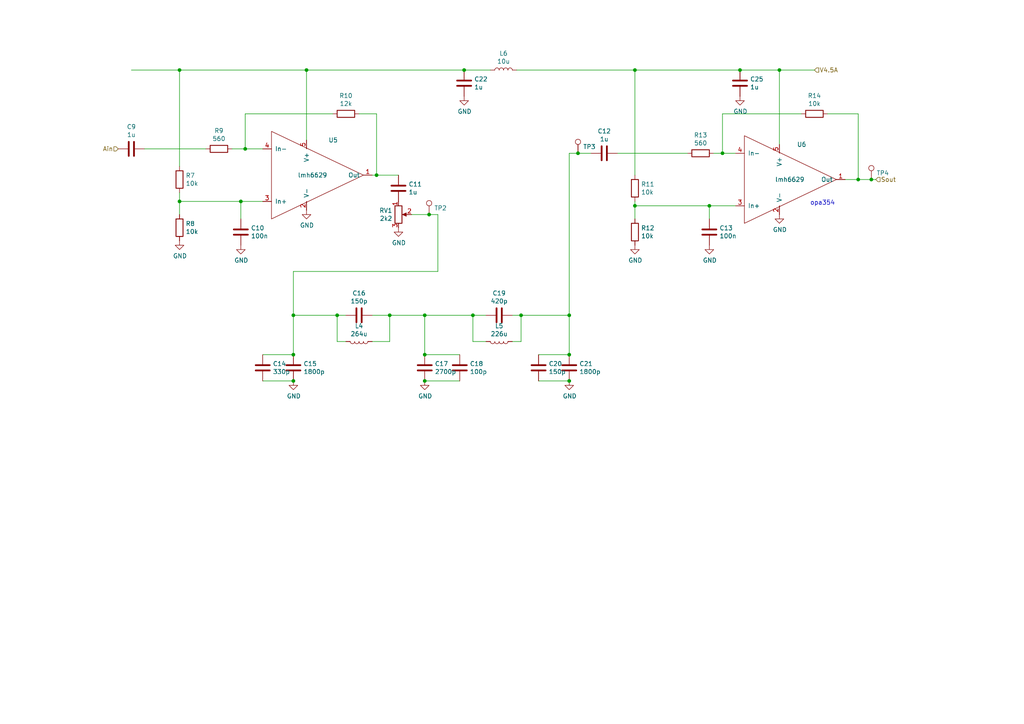
<source format=kicad_sch>
(kicad_sch (version 20211123) (generator eeschema)
  (paper "A4")
  (lib_symbols
    (symbol "Connector:TestPoint" (pin_numbers hide) (pin_names (offset 0.762) hide)
      (property "Reference" "TP" (at 0 6.858 0))
      (property "Value" "TestPoint" (at 0 5.08 0))
      (symbol "TestPoint_0_1"
        (circle (center 0 3.302) (radius 0.762))
      )
      (symbol "TestPoint_1_1"
        (pin passive line (at 0 0 90) (length 2.54) (name "1") (number "1"))
      )
    )
    (symbol "Device:C" (pin_numbers hide) (pin_names (offset 0.254))
      (property "Reference" "C" (at 0.635 2.54 0))
      (property "Value" "C" (at 0.635 -2.54 0))
      (symbol "C_0_1"
        (polyline (pts (xy -2.032 -0.762) (xy 2.032 -0.762)) (stroke (width 0.508)))
        (polyline (pts (xy -2.032 0.762) (xy 2.032 0.762)) (stroke (width 0.508)))
      )
      (symbol "C_1_1"
        (pin passive line (at 0 3.81 270) (length 2.794) (name "~") (number "1"))
        (pin passive line (at 0 -3.81 90) (length 2.794) (name "~") (number "2"))
      )
    )
    (symbol "Device:L" (pin_numbers hide) (pin_names (offset 1.016) hide)
      (property "Reference" "L" (at -1.27 0 90))
      (property "Value" "L" (at 1.905 0 90))
      (symbol "L_0_1"
        (arc (start 0 -2.54) (mid 0.635 -1.905) (end 0 -1.27))
        (arc (start 0 -1.27) (mid 0.635 -0.635) (end 0 0))
        (arc (start 0 0) (mid 0.635 0.635) (end 0 1.27))
        (arc (start 0 1.27) (mid 0.635 1.905) (end 0 2.54))
      )
      (symbol "L_1_1"
        (pin passive line (at 0 3.81 270) (length 1.27) (name "1") (number "1"))
        (pin passive line (at 0 -3.81 90) (length 1.27) (name "2") (number "2"))
      )
    )
    (symbol "Device:R" (pin_numbers hide) (pin_names (offset 0))
      (property "Reference" "R" (at 2.032 0 90))
      (property "Value" "R" (at 0 0 90))
      (symbol "R_0_1"
        (rectangle (start -1.016 -2.54) (end 1.016 2.54) (stroke (width 0.254)))
      )
      (symbol "R_1_1"
        (pin passive line (at 0 3.81 270) (length 1.27) (name "~") (number "1"))
        (pin passive line (at 0 -3.81 90) (length 1.27) (name "~") (number "2"))
      )
    )
    (symbol "power:GND" (power) (pin_names (offset 0))
      (property "Value" "GND" (at 0 -3.81 0))
      (symbol "GND_0_1"
        (polyline (pts (xy 0 0) (xy 0 -1.27) (xy 1.27 -1.27) (xy 0 -2.54) (xy -1.27 -1.27) (xy 0 -1.27)))
      )
      (symbol "GND_1_1"
        (pin power_in line (at 0 0 270) (length 0) hide (name "GND") (number "1"))
      )
    )
    (symbol "rpisdr-rescue:R_POT-Device" (pin_names (offset 1.016) hide)
      (property "Reference" "RV" (at -4.445 0 90))
      (property "Value" "R_POT-Device" (at -2.54 0 90))
      (symbol "R_POT-Device_0_1"
        (polyline (pts (xy 2.54 0) (xy 1.524 0)))
        (polyline (pts (xy 1.143 0) (xy 2.286 0.508) (xy 2.286 -0.508) (xy 1.143 0)) (fill (type outline)))
        (rectangle (start 1.016 2.54) (end -1.016 -2.54) (stroke (width 0.254)))
      )
      (symbol "R_POT-Device_1_1"
        (pin passive line (at 0 3.81 270) (length 1.27) (name "1") (number "1"))
        (pin passive line (at 3.81 0 180) (length 1.27) (name "2") (number "2"))
        (pin passive line (at 0 -3.81 90) (length 1.27) (name "3") (number "3"))
      )
    )
    (symbol "rpisdr-rescue:lmh6629-mylib" (pin_names (offset 1.016))
      (property "Reference" "U" (at 2.54 8.89 0))
      (property "Value" "lmh6629-mylib" (at 0 0 0))
      (symbol "lmh6629-mylib_0_1"
        (polyline (pts (xy 15.24 0) (xy -11.43 12.7) (xy -11.43 -12.7) (xy 15.24 0)))
      )
      (symbol "lmh6629-mylib_1_1"
        (pin output line (at 17.78 0 180) (length 2.54) (name "Out") (number "1"))
        (pin power_in line (at -1.27 -10.16 90) (length 2.54) (name "V-") (number "2"))
        (pin input line (at -13.97 -7.62 0) (length 2.54) (name "In+") (number "3"))
        (pin input line (at -13.97 7.62 0) (length 2.54) (name "In-") (number "4"))
        (pin power_in line (at -1.27 10.16 270) (length 2.54) (name "V+") (number "5"))
      )
    )
  )
  (junction (at 184.15 59.69))
  (junction (at 109.22 50.8))
  (junction (at 165.1 110.49))
  (junction (at 71.12 43.18))
  (junction (at 252.73 52.07))
  (junction (at 167.64 44.45))
  (junction (at 123.19 110.49))
  (junction (at 113.03 91.44))
  (junction (at 85.09 91.44))
  (junction (at 137.16 91.44))
  (junction (at 226.06 20.32))
  (junction (at 88.9 20.32))
  (junction (at 214.63 20.32))
  (junction (at 123.19 91.44))
  (junction (at 205.74 59.69))
  (junction (at 134.62 20.32))
  (junction (at 151.13 91.44))
  (junction (at 52.07 58.42))
  (junction (at 123.19 102.87))
  (junction (at 69.85 58.42))
  (junction (at 97.79 91.44))
  (junction (at 165.1 102.87))
  (junction (at 209.55 44.45))
  (junction (at 85.09 102.87))
  (junction (at 52.07 20.32))
  (junction (at 85.09 110.49))
  (junction (at 184.15 20.32))
  (junction (at 248.92 52.07))
  (junction (at 124.46 62.23))
  (junction (at 165.1 91.44))
  (wire (pts (xy 52.07 62.23) (xy 52.07 58.42)))
  (wire (pts (xy 226.06 20.32) (xy 226.06 41.91)))
  (wire (pts (xy 205.74 63.5) (xy 205.74 59.69)))
  (wire (pts (xy 148.59 91.44) (xy 151.13 91.44)))
  (wire (pts (xy 123.19 91.44) (xy 137.16 91.44)))
  (wire (pts (xy 137.16 99.06) (xy 137.16 91.44)))
  (wire (pts (xy 100.33 91.44) (xy 97.79 91.44)))
  (wire (pts (xy 156.21 110.49) (xy 165.1 110.49)))
  (wire (pts (xy 71.12 33.02) (xy 71.12 43.18)))
  (wire (pts (xy 100.33 99.06) (xy 97.79 99.06)))
  (wire (pts (xy 133.35 102.87) (xy 123.19 102.87)))
  (wire (pts (xy 151.13 91.44) (xy 165.1 91.44)))
  (wire (pts (xy 76.2 43.18) (xy 71.12 43.18)))
  (wire (pts (xy 52.07 20.32) (xy 88.9 20.32)))
  (wire (pts (xy 240.03 33.02) (xy 248.92 33.02)))
  (wire (pts (xy 76.2 58.42) (xy 69.85 58.42)))
  (wire (pts (xy 71.12 43.18) (xy 67.31 43.18)))
  (wire (pts (xy 248.92 52.07) (xy 252.73 52.07)))
  (wire (pts (xy 85.09 78.74) (xy 127 78.74)))
  (wire (pts (xy 165.1 44.45) (xy 167.64 44.45)))
  (wire (pts (xy 184.15 63.5) (xy 184.15 59.69)))
  (wire (pts (xy 184.15 20.32) (xy 214.63 20.32)))
  (wire (pts (xy 69.85 63.5) (xy 69.85 58.42)))
  (wire (pts (xy 113.03 91.44) (xy 123.19 91.44)))
  (wire (pts (xy 245.11 52.07) (xy 248.92 52.07)))
  (wire (pts (xy 85.09 91.44) (xy 85.09 102.87)))
  (wire (pts (xy 167.64 44.45) (xy 171.45 44.45)))
  (wire (pts (xy 104.14 33.02) (xy 109.22 33.02)))
  (wire (pts (xy 107.95 91.44) (xy 113.03 91.44)))
  (wire (pts (xy 41.91 43.18) (xy 59.69 43.18)))
  (wire (pts (xy 184.15 59.69) (xy 184.15 58.42)))
  (wire (pts (xy 214.63 20.32) (xy 226.06 20.32)))
  (wire (pts (xy 88.9 20.32) (xy 88.9 40.64)))
  (wire (pts (xy 127 62.23) (xy 124.46 62.23)))
  (wire (pts (xy 85.09 78.74) (xy 85.09 91.44)))
  (wire (pts (xy 107.95 99.06) (xy 113.03 99.06)))
  (wire (pts (xy 209.55 33.02) (xy 209.55 44.45)))
  (wire (pts (xy 52.07 48.26) (xy 52.07 20.32)))
  (wire (pts (xy 213.36 44.45) (xy 209.55 44.45)))
  (wire (pts (xy 252.73 52.07) (xy 254 52.07)))
  (wire (pts (xy 96.52 33.02) (xy 71.12 33.02)))
  (wire (pts (xy 137.16 91.44) (xy 140.97 91.44)))
  (wire (pts (xy 148.59 99.06) (xy 151.13 99.06)))
  (wire (pts (xy 123.19 102.87) (xy 123.19 91.44)))
  (wire (pts (xy 76.2 110.49) (xy 85.09 110.49)))
  (wire (pts (xy 151.13 99.06) (xy 151.13 91.44)))
  (wire (pts (xy 209.55 44.45) (xy 207.01 44.45)))
  (wire (pts (xy 69.85 58.42) (xy 52.07 58.42)))
  (wire (pts (xy 165.1 102.87) (xy 165.1 91.44)))
  (wire (pts (xy 113.03 99.06) (xy 113.03 91.44)))
  (wire (pts (xy 165.1 44.45) (xy 165.1 91.44)))
  (wire (pts (xy 97.79 99.06) (xy 97.79 91.44)))
  (wire (pts (xy 184.15 20.32) (xy 149.86 20.32)))
  (wire (pts (xy 248.92 33.02) (xy 248.92 52.07)))
  (wire (pts (xy 205.74 59.69) (xy 184.15 59.69)))
  (wire (pts (xy 109.22 33.02) (xy 109.22 50.8)))
  (wire (pts (xy 140.97 99.06) (xy 137.16 99.06)))
  (wire (pts (xy 236.22 20.32) (xy 226.06 20.32)))
  (wire (pts (xy 142.24 20.32) (xy 134.62 20.32)))
  (wire (pts (xy 232.41 33.02) (xy 209.55 33.02)))
  (wire (pts (xy 76.2 102.87) (xy 85.09 102.87)))
  (wire (pts (xy 97.79 91.44) (xy 85.09 91.44)))
  (wire (pts (xy 134.62 20.32) (xy 88.9 20.32)))
  (wire (pts (xy 127 62.23) (xy 127 78.74)))
  (wire (pts (xy 38.1 20.32) (xy 52.07 20.32)))
  (wire (pts (xy 115.57 50.8) (xy 109.22 50.8)))
  (wire (pts (xy 199.39 44.45) (xy 179.07 44.45)))
  (wire (pts (xy 107.95 50.8) (xy 109.22 50.8)))
  (wire (pts (xy 156.21 102.87) (xy 165.1 102.87)))
  (wire (pts (xy 184.15 50.8) (xy 184.15 20.32)))
  (wire (pts (xy 119.38 62.23) (xy 124.46 62.23)))
  (wire (pts (xy 133.35 110.49) (xy 123.19 110.49)))
  (wire (pts (xy 213.36 59.69) (xy 205.74 59.69)))
  (wire (pts (xy 52.07 58.42) (xy 52.07 55.88)))
  (text "opa354" (at 234.95 59.69 0) (effects (font (size 1.27 1.27)) (justify left bottom)))
  (hierarchical_label "Sout" (shape input) (at 254 52.07 0))
  (hierarchical_label "Ain" (shape input) (at 34.29 43.18 180))
  (hierarchical_label "V4.5A" (shape input) (at 236.22 20.32 0))
  (symbol (lib_id "rpisdr-rescue:lmh6629-mylib") (at 90.17 50.8 0) (unit 1)
    (property "Reference" "U5" (at 95.25 40.64 0) (effects (justify left)))
    (property "Value" "lmh6629" (at 86.36 50.8 0) (effects (justify left)))
    (property "Footprint" "Package_TO_SOT_SMD:SOT-23-5" (effects hide))
  )
  (symbol (lib_id "rpisdr-rescue:lmh6629-mylib") (at 227.33 52.07 0) (unit 1)
    (property "Reference" "U6" (at 231.14 41.91 0) (effects (justify left)))
    (property "Value" "lmh6629" (at 224.79 52.07 0) (effects (justify left)))
    (property "Footprint" "Package_TO_SOT_SMD:SOT-23-5" (effects hide))
  )
  (symbol (lib_id "power:GND") (at 226.06 62.23 0) (unit 1)
    (property "Reference" "#PWR0107" (effects hide))
    (property "Value" "GND" (at 226.187 66.6242 0))
  )
  (symbol (lib_id "power:GND") (at 88.9 60.96 0) (unit 1)
    (property "Reference" "#PWR0108" (effects hide))
    (property "Value" "GND" (at 89.027 65.3542 0))
  )
  (symbol (lib_id "Device:R") (at 236.22 33.02 270) (unit 1)
    (property "Reference" "R14" (at 236.22 27.7622 90))
    (property "Value" "10k" (at 236.22 30.0736 90))
    (property "Footprint" "Resistor_SMD:R_0805_2012Metric_Pad1.15x1.40mm_HandSolder" (effects hide))
  )
  (symbol (lib_id "Device:R") (at 203.2 44.45 270) (unit 1)
    (property "Reference" "R13" (at 203.2 39.1922 90))
    (property "Value" "560" (at 203.2 41.5036 90))
    (property "Footprint" "Resistor_SMD:R_0805_2012Metric_Pad1.15x1.40mm_HandSolder" (effects hide))
  )
  (symbol (lib_id "Device:R") (at 184.15 54.61 0) (unit 1)
    (property "Reference" "R11" (at 185.928 53.4416 0) (effects (justify left)))
    (property "Value" "10k" (at 185.928 55.753 0) (effects (justify left)))
    (property "Footprint" "Resistor_SMD:R_0805_2012Metric_Pad1.15x1.40mm_HandSolder" (effects hide))
  )
  (symbol (lib_id "Device:R") (at 184.15 67.31 0) (unit 1)
    (property "Reference" "R12" (at 185.928 66.1416 0) (effects (justify left)))
    (property "Value" "10k" (at 185.928 68.453 0) (effects (justify left)))
    (property "Footprint" "Resistor_SMD:R_0805_2012Metric_Pad1.15x1.40mm_HandSolder" (effects hide))
  )
  (symbol (lib_id "Device:R") (at 100.33 33.02 270) (unit 1)
    (property "Reference" "R10" (at 100.33 27.7622 90))
    (property "Value" "12k" (at 100.33 30.0736 90))
    (property "Footprint" "Resistor_SMD:R_0805_2012Metric_Pad1.15x1.40mm_HandSolder" (effects hide))
  )
  (symbol (lib_id "Device:R") (at 63.5 43.18 270) (unit 1)
    (property "Reference" "R9" (at 63.5 37.9222 90))
    (property "Value" "560" (at 63.5 40.2336 90))
    (property "Footprint" "Resistor_SMD:R_0805_2012Metric_Pad1.15x1.40mm_HandSolder" (effects hide))
  )
  (symbol (lib_id "Device:R") (at 52.07 52.07 0) (unit 1)
    (property "Reference" "R7" (at 53.848 50.9016 0) (effects (justify left)))
    (property "Value" "10k" (at 53.848 53.213 0) (effects (justify left)))
    (property "Footprint" "Resistor_SMD:R_0805_2012Metric_Pad1.15x1.40mm_HandSolder" (effects hide))
  )
  (symbol (lib_id "Device:R") (at 52.07 66.04 0) (unit 1)
    (property "Reference" "R8" (at 53.848 64.8716 0) (effects (justify left)))
    (property "Value" "10k" (at 53.848 67.183 0) (effects (justify left)))
    (property "Footprint" "Resistor_SMD:R_0805_2012Metric_Pad1.15x1.40mm_HandSolder" (effects hide))
  )
  (symbol (lib_id "Device:C") (at 38.1 43.18 270) (unit 1)
    (property "Reference" "C9" (at 38.1 36.7792 90))
    (property "Value" "1u" (at 38.1 39.0906 90))
    (property "Footprint" "Capacitor_SMD:C_1206_3216Metric_Pad1.42x1.75mm_HandSolder" (effects hide))
  )
  (symbol (lib_id "Device:C") (at 175.26 44.45 270) (unit 1)
    (property "Reference" "C12" (at 175.26 38.0492 90))
    (property "Value" "1u" (at 175.26 40.3606 90))
    (property "Footprint" "Capacitor_SMD:C_1206_3216Metric_Pad1.42x1.75mm_HandSolder" (effects hide))
  )
  (symbol (lib_id "Device:C") (at 205.74 67.31 0) (unit 1)
    (property "Reference" "C13" (at 208.661 66.1416 0) (effects (justify left)))
    (property "Value" "100n" (at 208.661 68.453 0) (effects (justify left)))
    (property "Footprint" "Capacitor_SMD:C_0805_2012Metric_Pad1.15x1.40mm_HandSolder" (effects hide))
  )
  (symbol (lib_id "Device:C") (at 69.85 67.31 0) (unit 1)
    (property "Reference" "C10" (at 72.771 66.1416 0) (effects (justify left)))
    (property "Value" "100n" (at 72.771 68.453 0) (effects (justify left)))
    (property "Footprint" "Capacitor_SMD:C_0805_2012Metric_Pad1.15x1.40mm_HandSolder" (effects hide))
  )
  (symbol (lib_id "power:GND") (at 205.74 71.12 0) (unit 1)
    (property "Reference" "#PWR0109" (effects hide))
    (property "Value" "GND" (at 205.867 75.5142 0))
  )
  (symbol (lib_id "power:GND") (at 184.15 71.12 0) (unit 1)
    (property "Reference" "#PWR0110" (effects hide))
    (property "Value" "GND" (at 184.277 75.5142 0))
  )
  (symbol (lib_id "power:GND") (at 69.85 71.12 0) (unit 1)
    (property "Reference" "#PWR0111" (effects hide))
    (property "Value" "GND" (at 69.977 75.5142 0))
  )
  (symbol (lib_id "power:GND") (at 52.07 69.85 0) (unit 1)
    (property "Reference" "#PWR0112" (effects hide))
    (property "Value" "GND" (at 52.197 74.2442 0))
  )
  (symbol (lib_id "rpisdr-rescue:R_POT-Device") (at 115.57 62.23 0) (unit 1)
    (property "Reference" "RV1" (at 113.792 61.0616 0) (effects (justify right)))
    (property "Value" "2k2" (at 113.792 63.373 0) (effects (justify right)))
    (property "Footprint" "Potentiometer_SMD:Potentiometer_Bourns_3214J_Horizontal" (effects hide))
  )
  (symbol (lib_id "Device:C") (at 115.57 54.61 0) (unit 1)
    (property "Reference" "C11" (at 118.491 53.4416 0) (effects (justify left)))
    (property "Value" "1u" (at 118.491 55.753 0) (effects (justify left)))
    (property "Footprint" "Capacitor_SMD:C_1206_3216Metric_Pad1.42x1.75mm_HandSolder" (effects hide))
  )
  (symbol (lib_id "power:GND") (at 115.57 66.04 0) (unit 1)
    (property "Reference" "#PWR0113" (effects hide))
    (property "Value" "GND" (at 115.697 70.4342 0))
  )
  (symbol (lib_id "Device:C") (at 85.09 106.68 0) (unit 1)
    (property "Reference" "C15" (at 88.011 105.5116 0) (effects (justify left)))
    (property "Value" "1800p" (at 88.011 107.823 0) (effects (justify left)))
    (property "Footprint" "Capacitor_SMD:C_0805_2012Metric_Pad1.15x1.40mm_HandSolder" (effects hide))
  )
  (symbol (lib_id "Device:C") (at 123.19 106.68 0) (unit 1)
    (property "Reference" "C17" (at 126.111 105.5116 0) (effects (justify left)))
    (property "Value" "2700p" (at 126.111 107.823 0) (effects (justify left)))
    (property "Footprint" "Capacitor_SMD:C_0805_2012Metric_Pad1.15x1.40mm_HandSolder" (effects hide))
  )
  (symbol (lib_id "Device:C") (at 165.1 106.68 0) (unit 1)
    (property "Reference" "C21" (at 168.021 105.5116 0) (effects (justify left)))
    (property "Value" "1800p" (at 168.021 107.823 0) (effects (justify left)))
    (property "Footprint" "Capacitor_SMD:C_0805_2012Metric_Pad1.15x1.40mm_HandSolder" (effects hide))
  )
  (symbol (lib_id "Device:C") (at 144.78 91.44 270) (unit 1)
    (property "Reference" "C19" (at 144.78 85.0392 90))
    (property "Value" "420p" (at 144.78 87.3506 90))
    (property "Footprint" "Capacitor_SMD:C_0805_2012Metric_Pad1.15x1.40mm_HandSolder" (effects hide))
  )
  (symbol (lib_id "Device:C") (at 104.14 91.44 270) (unit 1)
    (property "Reference" "C16" (at 104.14 85.0392 90))
    (property "Value" "150p" (at 104.14 87.3506 90))
    (property "Footprint" "Capacitor_SMD:C_0805_2012Metric_Pad1.15x1.40mm_HandSolder" (effects hide))
  )
  (symbol (lib_id "Device:L") (at 104.14 99.06 270) (unit 1)
    (property "Reference" "L4" (at 104.14 94.5388 90))
    (property "Value" "264u" (at 104.14 96.8502 90))
    (property "Footprint" "Inductor_SMD:L_Neosid_Ms95" (effects hide))
  )
  (symbol (lib_id "Device:L") (at 144.78 99.06 270) (unit 1)
    (property "Reference" "L5" (at 144.78 94.5388 90))
    (property "Value" "226u" (at 144.78 96.8502 90))
    (property "Footprint" "Inductor_SMD:L_Neosid_Ms95" (effects hide))
  )
  (symbol (lib_id "power:GND") (at 165.1 110.49 0) (unit 1)
    (property "Reference" "#PWR0114" (effects hide))
    (property "Value" "GND" (at 165.227 114.8842 0))
  )
  (symbol (lib_id "power:GND") (at 123.19 110.49 0) (unit 1)
    (property "Reference" "#PWR0115" (effects hide))
    (property "Value" "GND" (at 123.317 114.8842 0))
  )
  (symbol (lib_id "power:GND") (at 85.09 110.49 0) (unit 1)
    (property "Reference" "#PWR0116" (effects hide))
    (property "Value" "GND" (at 85.217 114.8842 0))
  )
  (symbol (lib_id "Device:C") (at 156.21 106.68 0) (unit 1)
    (property "Reference" "C20" (at 159.131 105.5116 0) (effects (justify left)))
    (property "Value" "150p" (at 159.131 107.823 0) (effects (justify left)))
    (property "Footprint" "Capacitor_SMD:C_0805_2012Metric_Pad1.15x1.40mm_HandSolder" (effects hide))
  )
  (symbol (lib_id "Device:C") (at 133.35 106.68 0) (unit 1)
    (property "Reference" "C18" (at 136.271 105.5116 0) (effects (justify left)))
    (property "Value" "100p" (at 136.271 107.823 0) (effects (justify left)))
    (property "Footprint" "Capacitor_SMD:C_0805_2012Metric_Pad1.15x1.40mm_HandSolder" (effects hide))
  )
  (symbol (lib_id "Device:C") (at 76.2 106.68 0) (unit 1)
    (property "Reference" "C14" (at 79.121 105.5116 0) (effects (justify left)))
    (property "Value" "330p" (at 79.121 107.823 0) (effects (justify left)))
    (property "Footprint" "Capacitor_SMD:C_0805_2012Metric_Pad1.15x1.40mm_HandSolder" (effects hide))
  )
  (symbol (lib_id "Connector:TestPoint") (at 124.46 62.23 0) (unit 1)
    (property "Reference" "TP2" (at 125.9332 60.3504 0) (effects (justify left)))
    (property "Value" "TestPoint" (effects hide))
    (property "Footprint" "TestPoint:TestPoint_Pad_2.0x2.0mm" (effects hide))
  )
  (symbol (lib_id "Connector:TestPoint") (at 167.64 44.45 0) (unit 1)
    (property "Reference" "TP3" (at 169.1132 42.5704 0) (effects (justify left)))
    (property "Value" "TestPoint" (effects hide))
    (property "Footprint" "TestPoint:TestPoint_Pad_2.0x2.0mm" (effects hide))
  )
  (symbol (lib_id "Connector:TestPoint") (at 252.73 52.07 0) (unit 1)
    (property "Reference" "TP4" (at 254.2032 50.1904 0) (effects (justify left)))
    (property "Value" "TestPoint" (effects hide))
    (property "Footprint" "TestPoint:TestPoint_Pad_2.0x2.0mm" (effects hide))
  )
  (symbol (lib_id "Device:L") (at 146.05 20.32 90) (unit 1)
    (property "Reference" "L6" (at 146.05 15.494 90))
    (property "Value" "10u" (at 146.05 17.8054 90))
    (property "Footprint" "Inductor_SMD:L_1812_4532Metric_Pad1.30x3.40mm_HandSolder" (effects hide))
  )
  (symbol (lib_id "Device:C") (at 134.62 24.13 0) (unit 1)
    (property "Reference" "C22" (at 137.541 22.9616 0) (effects (justify left)))
    (property "Value" "1u" (at 137.541 25.273 0) (effects (justify left)))
    (property "Footprint" "Capacitor_SMD:C_1206_3216Metric_Pad1.42x1.75mm_HandSolder" (effects hide))
  )
  (symbol (lib_id "power:GND") (at 134.62 27.94 0) (unit 1)
    (property "Reference" "#PWR0121" (effects hide))
    (property "Value" "GND" (at 134.747 32.3342 0))
  )
  (symbol (lib_id "Device:C") (at 214.63 24.13 0) (unit 1)
    (property "Reference" "C25" (at 217.551 22.9616 0) (effects (justify left)))
    (property "Value" "1u" (at 217.551 25.273 0) (effects (justify left)))
    (property "Footprint" "Capacitor_SMD:C_1206_3216Metric_Pad1.42x1.75mm_HandSolder" (effects hide))
  )
  (symbol (lib_id "power:GND") (at 214.63 27.94 0) (unit 1)
    (property "Reference" "#PWR0123" (effects hide))
    (property "Value" "GND" (at 214.757 32.3342 0))
  )
)
</source>
